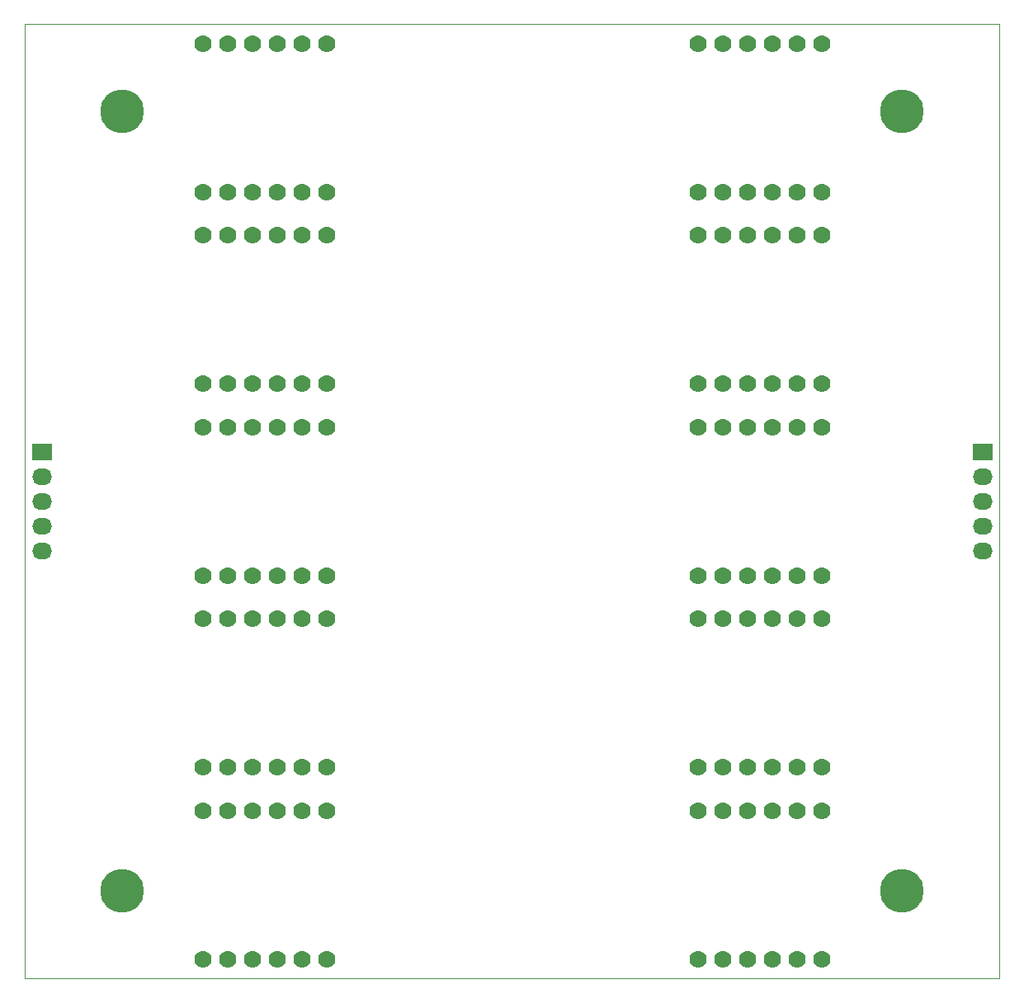
<source format=gts>
G04 #@! TF.FileFunction,Soldermask,Top*
%FSLAX46Y46*%
G04 Gerber Fmt 4.6, Leading zero omitted, Abs format (unit mm)*
G04 Created by KiCad (PCBNEW 4.0.2-stable) date 11/09/2016 10:57:48*
%MOMM*%
G01*
G04 APERTURE LIST*
%ADD10C,0.150000*%
%ADD11C,0.100000*%
%ADD12C,1.778000*%
%ADD13C,4.500880*%
%ADD14R,2.032000X1.727200*%
%ADD15O,2.032000X1.727200*%
G04 APERTURE END LIST*
D10*
D11*
X50800000Y-29000000D02*
X50800000Y-127000000D01*
X150800000Y-29000000D02*
X150800000Y-127000000D01*
X50800000Y-29000000D02*
X150800000Y-29000000D01*
X150800000Y-127000000D02*
X50800000Y-127000000D01*
D12*
X69050000Y-46250000D03*
X71590000Y-46250000D03*
X74130000Y-46250000D03*
X76670000Y-46250000D03*
X79210000Y-46250000D03*
X81750000Y-46250000D03*
X81750000Y-31010000D03*
X79210000Y-31010000D03*
X74130000Y-31010000D03*
X76670000Y-31010000D03*
X71590000Y-31010000D03*
X69050000Y-31010000D03*
D13*
X140800000Y-118000000D03*
X140800000Y-38000000D03*
X60800000Y-118000000D03*
X60800000Y-38000000D03*
D14*
X52540000Y-72920000D03*
D15*
X52540000Y-75460000D03*
X52540000Y-78000000D03*
X52540000Y-80540000D03*
X52540000Y-83080000D03*
D14*
X149060000Y-72920000D03*
D15*
X149060000Y-75460000D03*
X149060000Y-78000000D03*
X149060000Y-80540000D03*
X149060000Y-83080000D03*
D12*
X119850000Y-46250000D03*
X122390000Y-46250000D03*
X124930000Y-46250000D03*
X127470000Y-46250000D03*
X130010000Y-46250000D03*
X132550000Y-46250000D03*
X132550000Y-31010000D03*
X130010000Y-31010000D03*
X124930000Y-31010000D03*
X127470000Y-31010000D03*
X122390000Y-31010000D03*
X119850000Y-31010000D03*
X69050000Y-65935000D03*
X71590000Y-65935000D03*
X74130000Y-65935000D03*
X76670000Y-65935000D03*
X79210000Y-65935000D03*
X81750000Y-65935000D03*
X81750000Y-50695000D03*
X79210000Y-50695000D03*
X74130000Y-50695000D03*
X76670000Y-50695000D03*
X71590000Y-50695000D03*
X69050000Y-50695000D03*
X119850000Y-65935000D03*
X122390000Y-65935000D03*
X124930000Y-65935000D03*
X127470000Y-65935000D03*
X130010000Y-65935000D03*
X132550000Y-65935000D03*
X132550000Y-50695000D03*
X130010000Y-50695000D03*
X124930000Y-50695000D03*
X127470000Y-50695000D03*
X122390000Y-50695000D03*
X119850000Y-50695000D03*
X69050000Y-85620000D03*
X71590000Y-85620000D03*
X74130000Y-85620000D03*
X76670000Y-85620000D03*
X79210000Y-85620000D03*
X81750000Y-85620000D03*
X81750000Y-70380000D03*
X79210000Y-70380000D03*
X74130000Y-70380000D03*
X76670000Y-70380000D03*
X71590000Y-70380000D03*
X69050000Y-70380000D03*
X119850000Y-85620000D03*
X122390000Y-85620000D03*
X124930000Y-85620000D03*
X127470000Y-85620000D03*
X130010000Y-85620000D03*
X132550000Y-85620000D03*
X132550000Y-70380000D03*
X130010000Y-70380000D03*
X124930000Y-70380000D03*
X127470000Y-70380000D03*
X122390000Y-70380000D03*
X119850000Y-70380000D03*
X69050000Y-105305000D03*
X71590000Y-105305000D03*
X74130000Y-105305000D03*
X76670000Y-105305000D03*
X79210000Y-105305000D03*
X81750000Y-105305000D03*
X81750000Y-90065000D03*
X79210000Y-90065000D03*
X74130000Y-90065000D03*
X76670000Y-90065000D03*
X71590000Y-90065000D03*
X69050000Y-90065000D03*
X119850000Y-105305000D03*
X122390000Y-105305000D03*
X124930000Y-105305000D03*
X127470000Y-105305000D03*
X130010000Y-105305000D03*
X132550000Y-105305000D03*
X132550000Y-90065000D03*
X130010000Y-90065000D03*
X124930000Y-90065000D03*
X127470000Y-90065000D03*
X122390000Y-90065000D03*
X119850000Y-90065000D03*
X69050000Y-124990000D03*
X71590000Y-124990000D03*
X74130000Y-124990000D03*
X76670000Y-124990000D03*
X79210000Y-124990000D03*
X81750000Y-124990000D03*
X81750000Y-109750000D03*
X79210000Y-109750000D03*
X74130000Y-109750000D03*
X76670000Y-109750000D03*
X71590000Y-109750000D03*
X69050000Y-109750000D03*
X119850000Y-124990000D03*
X122390000Y-124990000D03*
X124930000Y-124990000D03*
X127470000Y-124990000D03*
X130010000Y-124990000D03*
X132550000Y-124990000D03*
X132550000Y-109750000D03*
X130010000Y-109750000D03*
X124930000Y-109750000D03*
X127470000Y-109750000D03*
X122390000Y-109750000D03*
X119850000Y-109750000D03*
M02*

</source>
